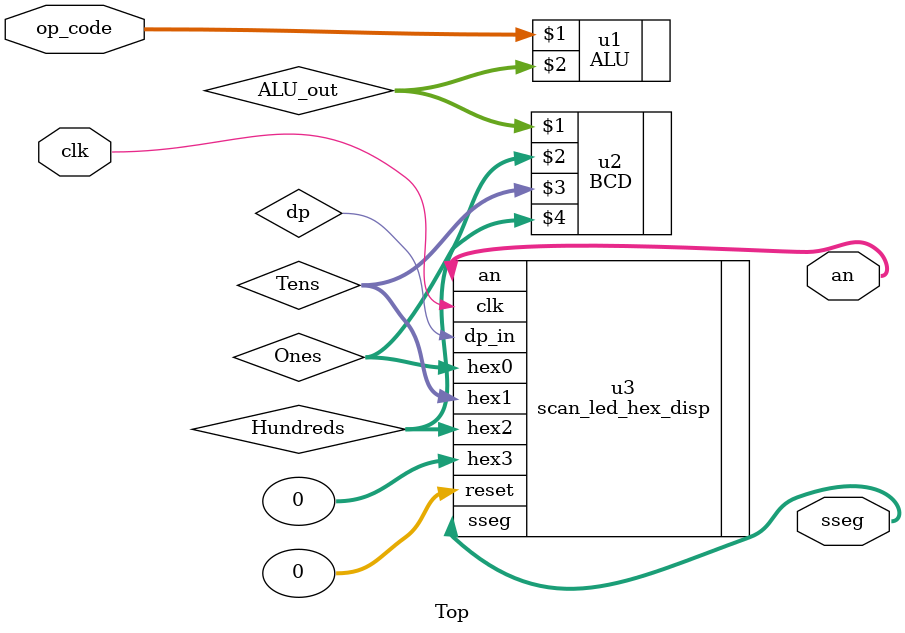
<source format=v>
module Top (
    input clk,
    input [2:0] op_code,
    output [3:0] an,   
    output [6:0] sseg
);
    wire [7:0] ALU_out;
    wire [3:0] Hundreds, Tens, Ones;
    
    ALU u1 (op_code, ALU_out);
    BCD u2 (ALU_out, Hundreds, Tens, Ones);
    
    // 不需要接 reset, 就把 reset 設成 0 
    scan_led_hex_disp u3 (.clk(clk),
                        .reset(0),
                        .hex3(0),
                        .hex2(Hundreds),
                        .hex1(Tens),
                        .hex0(Ones),
                        .dp_in(dp),
                        .an(an),
                        .sseg(sseg)
                        );



endmodule //Top
</source>
